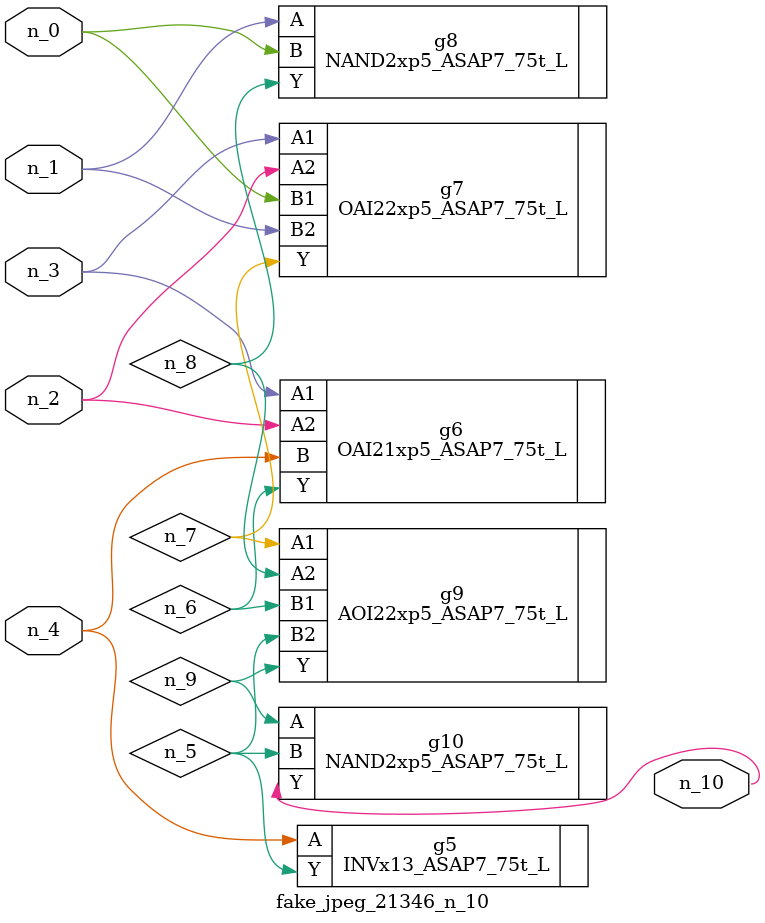
<source format=v>
module fake_jpeg_21346_n_10 (n_3, n_2, n_1, n_0, n_4, n_10);

input n_3;
input n_2;
input n_1;
input n_0;
input n_4;

output n_10;

wire n_8;
wire n_9;
wire n_6;
wire n_5;
wire n_7;

INVx13_ASAP7_75t_L g5 ( 
.A(n_4),
.Y(n_5)
);

OAI21xp5_ASAP7_75t_L g6 ( 
.A1(n_3),
.A2(n_2),
.B(n_4),
.Y(n_6)
);

OAI22xp5_ASAP7_75t_L g7 ( 
.A1(n_3),
.A2(n_2),
.B1(n_0),
.B2(n_1),
.Y(n_7)
);

NAND2xp5_ASAP7_75t_L g8 ( 
.A(n_1),
.B(n_0),
.Y(n_8)
);

AOI22xp5_ASAP7_75t_L g9 ( 
.A1(n_7),
.A2(n_8),
.B1(n_6),
.B2(n_5),
.Y(n_9)
);

NAND2xp5_ASAP7_75t_L g10 ( 
.A(n_9),
.B(n_5),
.Y(n_10)
);


endmodule
</source>
